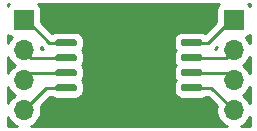
<source format=gtl>
%TF.GenerationSoftware,KiCad,Pcbnew,5.1.10-88a1d61d58~88~ubuntu20.04.1*%
%TF.CreationDate,2021-05-12T22:29:20-07:00*%
%TF.ProjectId,8-pin_soic_ic_tht_breakout,382d7069-6e5f-4736-9f69-635f69635f74,rev?*%
%TF.SameCoordinates,Original*%
%TF.FileFunction,Copper,L1,Top*%
%TF.FilePolarity,Positive*%
%FSLAX46Y46*%
G04 Gerber Fmt 4.6, Leading zero omitted, Abs format (unit mm)*
G04 Created by KiCad (PCBNEW 5.1.10-88a1d61d58~88~ubuntu20.04.1) date 2021-05-12 22:29:20*
%MOMM*%
%LPD*%
G01*
G04 APERTURE LIST*
%TA.AperFunction,ComponentPad*%
%ADD10O,1.700000X1.700000*%
%TD*%
%TA.AperFunction,ComponentPad*%
%ADD11R,1.700000X1.700000*%
%TD*%
%TA.AperFunction,Conductor*%
%ADD12C,0.250000*%
%TD*%
%TA.AperFunction,NonConductor*%
%ADD13C,0.254000*%
%TD*%
%TA.AperFunction,NonConductor*%
%ADD14C,0.100000*%
%TD*%
G04 APERTURE END LIST*
D10*
%TO.P,REF\u002A\u002A,4*%
%TO.N,N/C*%
X147320000Y-96520000D03*
%TO.P,REF\u002A\u002A,3*%
X147320000Y-93980000D03*
%TO.P,REF\u002A\u002A,2*%
X147320000Y-91440000D03*
D11*
%TO.P,REF\u002A\u002A,1*%
X147320000Y-88900000D03*
%TD*%
D10*
%TO.P,REF\u002A\u002A,4*%
%TO.N,N/C*%
X129540000Y-96520000D03*
%TO.P,REF\u002A\u002A,3*%
X129540000Y-93980000D03*
%TO.P,REF\u002A\u002A,2*%
X129540000Y-91440000D03*
D11*
%TO.P,REF\u002A\u002A,1*%
X129540000Y-88900000D03*
%TD*%
%TO.P,REF\u002A\u002A,8*%
%TO.N,N/C*%
%TA.AperFunction,SMDPad,CuDef*%
G36*
G01*
X142855000Y-90955000D02*
X142855000Y-90655000D01*
G75*
G02*
X143005000Y-90505000I150000J0D01*
G01*
X144505000Y-90505000D01*
G75*
G02*
X144655000Y-90655000I0J-150000D01*
G01*
X144655000Y-90955000D01*
G75*
G02*
X144505000Y-91105000I-150000J0D01*
G01*
X143005000Y-91105000D01*
G75*
G02*
X142855000Y-90955000I0J150000D01*
G01*
G37*
%TD.AperFunction*%
%TO.P,REF\u002A\u002A,7*%
%TA.AperFunction,SMDPad,CuDef*%
G36*
G01*
X142855000Y-92225000D02*
X142855000Y-91925000D01*
G75*
G02*
X143005000Y-91775000I150000J0D01*
G01*
X144505000Y-91775000D01*
G75*
G02*
X144655000Y-91925000I0J-150000D01*
G01*
X144655000Y-92225000D01*
G75*
G02*
X144505000Y-92375000I-150000J0D01*
G01*
X143005000Y-92375000D01*
G75*
G02*
X142855000Y-92225000I0J150000D01*
G01*
G37*
%TD.AperFunction*%
%TO.P,REF\u002A\u002A,6*%
%TA.AperFunction,SMDPad,CuDef*%
G36*
G01*
X142855000Y-93495000D02*
X142855000Y-93195000D01*
G75*
G02*
X143005000Y-93045000I150000J0D01*
G01*
X144505000Y-93045000D01*
G75*
G02*
X144655000Y-93195000I0J-150000D01*
G01*
X144655000Y-93495000D01*
G75*
G02*
X144505000Y-93645000I-150000J0D01*
G01*
X143005000Y-93645000D01*
G75*
G02*
X142855000Y-93495000I0J150000D01*
G01*
G37*
%TD.AperFunction*%
%TO.P,REF\u002A\u002A,5*%
%TA.AperFunction,SMDPad,CuDef*%
G36*
G01*
X142855000Y-94765000D02*
X142855000Y-94465000D01*
G75*
G02*
X143005000Y-94315000I150000J0D01*
G01*
X144505000Y-94315000D01*
G75*
G02*
X144655000Y-94465000I0J-150000D01*
G01*
X144655000Y-94765000D01*
G75*
G02*
X144505000Y-94915000I-150000J0D01*
G01*
X143005000Y-94915000D01*
G75*
G02*
X142855000Y-94765000I0J150000D01*
G01*
G37*
%TD.AperFunction*%
%TO.P,REF\u002A\u002A,4*%
%TA.AperFunction,SMDPad,CuDef*%
G36*
G01*
X132205000Y-94765000D02*
X132205000Y-94465000D01*
G75*
G02*
X132355000Y-94315000I150000J0D01*
G01*
X133855000Y-94315000D01*
G75*
G02*
X134005000Y-94465000I0J-150000D01*
G01*
X134005000Y-94765000D01*
G75*
G02*
X133855000Y-94915000I-150000J0D01*
G01*
X132355000Y-94915000D01*
G75*
G02*
X132205000Y-94765000I0J150000D01*
G01*
G37*
%TD.AperFunction*%
%TO.P,REF\u002A\u002A,3*%
%TA.AperFunction,SMDPad,CuDef*%
G36*
G01*
X132205000Y-93495000D02*
X132205000Y-93195000D01*
G75*
G02*
X132355000Y-93045000I150000J0D01*
G01*
X133855000Y-93045000D01*
G75*
G02*
X134005000Y-93195000I0J-150000D01*
G01*
X134005000Y-93495000D01*
G75*
G02*
X133855000Y-93645000I-150000J0D01*
G01*
X132355000Y-93645000D01*
G75*
G02*
X132205000Y-93495000I0J150000D01*
G01*
G37*
%TD.AperFunction*%
%TO.P,REF\u002A\u002A,2*%
%TA.AperFunction,SMDPad,CuDef*%
G36*
G01*
X132205000Y-92225000D02*
X132205000Y-91925000D01*
G75*
G02*
X132355000Y-91775000I150000J0D01*
G01*
X133855000Y-91775000D01*
G75*
G02*
X134005000Y-91925000I0J-150000D01*
G01*
X134005000Y-92225000D01*
G75*
G02*
X133855000Y-92375000I-150000J0D01*
G01*
X132355000Y-92375000D01*
G75*
G02*
X132205000Y-92225000I0J150000D01*
G01*
G37*
%TD.AperFunction*%
%TO.P,REF\u002A\u002A,1*%
%TA.AperFunction,SMDPad,CuDef*%
G36*
G01*
X132205000Y-90955000D02*
X132205000Y-90655000D01*
G75*
G02*
X132355000Y-90505000I150000J0D01*
G01*
X133855000Y-90505000D01*
G75*
G02*
X134005000Y-90655000I0J-150000D01*
G01*
X134005000Y-90955000D01*
G75*
G02*
X133855000Y-91105000I-150000J0D01*
G01*
X132355000Y-91105000D01*
G75*
G02*
X132205000Y-90955000I0J150000D01*
G01*
G37*
%TD.AperFunction*%
%TD*%
D12*
%TO.N,*%
X133105000Y-90805000D02*
X131699000Y-90805000D01*
X129794000Y-88900000D02*
X129540000Y-88900000D01*
X131699000Y-90805000D02*
X129794000Y-88900000D01*
X130175000Y-92075000D02*
X129540000Y-91440000D01*
X133105000Y-92075000D02*
X130175000Y-92075000D01*
X130175000Y-93345000D02*
X129540000Y-93980000D01*
X133105000Y-93345000D02*
X130175000Y-93345000D01*
X131445000Y-94615000D02*
X129540000Y-96520000D01*
X133105000Y-94615000D02*
X131445000Y-94615000D01*
X143755000Y-90805000D02*
X145161000Y-90805000D01*
X147066000Y-88900000D02*
X147320000Y-88900000D01*
X145161000Y-90805000D02*
X147066000Y-88900000D01*
X146685000Y-92075000D02*
X147320000Y-91440000D01*
X143755000Y-92075000D02*
X146685000Y-92075000D01*
X146685000Y-93345000D02*
X147320000Y-93980000D01*
X143755000Y-93345000D02*
X146685000Y-93345000D01*
X145415000Y-94615000D02*
X147320000Y-96520000D01*
X143755000Y-94615000D02*
X145415000Y-94615000D01*
%TD*%
D13*
X146018815Y-87598815D02*
X145939463Y-87695506D01*
X145880498Y-87805820D01*
X145844188Y-87925518D01*
X145831928Y-88050000D01*
X145831928Y-89059270D01*
X144909351Y-89981848D01*
X144806582Y-89926916D01*
X144658745Y-89882071D01*
X144505000Y-89866928D01*
X143005000Y-89866928D01*
X142851255Y-89882071D01*
X142703418Y-89926916D01*
X142567171Y-89999742D01*
X142447749Y-90097749D01*
X142349742Y-90217171D01*
X142276916Y-90353418D01*
X142232071Y-90501255D01*
X142216928Y-90655000D01*
X142216928Y-90955000D01*
X142232071Y-91108745D01*
X142276916Y-91256582D01*
X142349742Y-91392829D01*
X142388454Y-91440000D01*
X142349742Y-91487171D01*
X142276916Y-91623418D01*
X142232071Y-91771255D01*
X142216928Y-91925000D01*
X142216928Y-92225000D01*
X142232071Y-92378745D01*
X142276916Y-92526582D01*
X142349742Y-92662829D01*
X142388454Y-92710000D01*
X142349742Y-92757171D01*
X142276916Y-92893418D01*
X142232071Y-93041255D01*
X142216928Y-93195000D01*
X142216928Y-93495000D01*
X142232071Y-93648745D01*
X142276916Y-93796582D01*
X142349742Y-93932829D01*
X142388454Y-93980000D01*
X142349742Y-94027171D01*
X142276916Y-94163418D01*
X142232071Y-94311255D01*
X142216928Y-94465000D01*
X142216928Y-94765000D01*
X142232071Y-94918745D01*
X142276916Y-95066582D01*
X142349742Y-95202829D01*
X142447749Y-95322251D01*
X142567171Y-95420258D01*
X142703418Y-95493084D01*
X142851255Y-95537929D01*
X143005000Y-95553072D01*
X144505000Y-95553072D01*
X144658745Y-95537929D01*
X144806582Y-95493084D01*
X144942829Y-95420258D01*
X144997976Y-95375000D01*
X145100199Y-95375000D01*
X145878790Y-96153592D01*
X145835000Y-96373740D01*
X145835000Y-96666260D01*
X145892068Y-96953158D01*
X146004010Y-97223411D01*
X146166525Y-97466632D01*
X146373368Y-97673475D01*
X146616589Y-97835990D01*
X146751810Y-97892000D01*
X130108190Y-97892000D01*
X130243411Y-97835990D01*
X130486632Y-97673475D01*
X130693475Y-97466632D01*
X130855990Y-97223411D01*
X130967932Y-96953158D01*
X131025000Y-96666260D01*
X131025000Y-96373740D01*
X130981209Y-96153592D01*
X131759802Y-95375000D01*
X131862024Y-95375000D01*
X131917171Y-95420258D01*
X132053418Y-95493084D01*
X132201255Y-95537929D01*
X132355000Y-95553072D01*
X133855000Y-95553072D01*
X134008745Y-95537929D01*
X134156582Y-95493084D01*
X134292829Y-95420258D01*
X134412251Y-95322251D01*
X134510258Y-95202829D01*
X134583084Y-95066582D01*
X134627929Y-94918745D01*
X134643072Y-94765000D01*
X134643072Y-94465000D01*
X134627929Y-94311255D01*
X134583084Y-94163418D01*
X134510258Y-94027171D01*
X134471546Y-93980000D01*
X134510258Y-93932829D01*
X134583084Y-93796582D01*
X134627929Y-93648745D01*
X134643072Y-93495000D01*
X134643072Y-93195000D01*
X134627929Y-93041255D01*
X134583084Y-92893418D01*
X134510258Y-92757171D01*
X134471546Y-92710000D01*
X134510258Y-92662829D01*
X134583084Y-92526582D01*
X134627929Y-92378745D01*
X134643072Y-92225000D01*
X134643072Y-91925000D01*
X134627929Y-91771255D01*
X134583084Y-91623418D01*
X134510258Y-91487171D01*
X134471546Y-91440000D01*
X134510258Y-91392829D01*
X134583084Y-91256582D01*
X134627929Y-91108745D01*
X134643072Y-90955000D01*
X134643072Y-90655000D01*
X134627929Y-90501255D01*
X134583084Y-90353418D01*
X134510258Y-90217171D01*
X134412251Y-90097749D01*
X134292829Y-89999742D01*
X134156582Y-89926916D01*
X134008745Y-89882071D01*
X133855000Y-89866928D01*
X132355000Y-89866928D01*
X132201255Y-89882071D01*
X132053418Y-89926916D01*
X131950649Y-89981847D01*
X131028072Y-89059271D01*
X131028072Y-88050000D01*
X131015812Y-87925518D01*
X130979502Y-87805820D01*
X130920537Y-87695506D01*
X130841185Y-87598815D01*
X130754896Y-87528000D01*
X146105104Y-87528000D01*
X146018815Y-87598815D01*
%TA.AperFunction,NonConductor*%
D14*
G36*
X146018815Y-87598815D02*
G01*
X145939463Y-87695506D01*
X145880498Y-87805820D01*
X145844188Y-87925518D01*
X145831928Y-88050000D01*
X145831928Y-89059270D01*
X144909351Y-89981848D01*
X144806582Y-89926916D01*
X144658745Y-89882071D01*
X144505000Y-89866928D01*
X143005000Y-89866928D01*
X142851255Y-89882071D01*
X142703418Y-89926916D01*
X142567171Y-89999742D01*
X142447749Y-90097749D01*
X142349742Y-90217171D01*
X142276916Y-90353418D01*
X142232071Y-90501255D01*
X142216928Y-90655000D01*
X142216928Y-90955000D01*
X142232071Y-91108745D01*
X142276916Y-91256582D01*
X142349742Y-91392829D01*
X142388454Y-91440000D01*
X142349742Y-91487171D01*
X142276916Y-91623418D01*
X142232071Y-91771255D01*
X142216928Y-91925000D01*
X142216928Y-92225000D01*
X142232071Y-92378745D01*
X142276916Y-92526582D01*
X142349742Y-92662829D01*
X142388454Y-92710000D01*
X142349742Y-92757171D01*
X142276916Y-92893418D01*
X142232071Y-93041255D01*
X142216928Y-93195000D01*
X142216928Y-93495000D01*
X142232071Y-93648745D01*
X142276916Y-93796582D01*
X142349742Y-93932829D01*
X142388454Y-93980000D01*
X142349742Y-94027171D01*
X142276916Y-94163418D01*
X142232071Y-94311255D01*
X142216928Y-94465000D01*
X142216928Y-94765000D01*
X142232071Y-94918745D01*
X142276916Y-95066582D01*
X142349742Y-95202829D01*
X142447749Y-95322251D01*
X142567171Y-95420258D01*
X142703418Y-95493084D01*
X142851255Y-95537929D01*
X143005000Y-95553072D01*
X144505000Y-95553072D01*
X144658745Y-95537929D01*
X144806582Y-95493084D01*
X144942829Y-95420258D01*
X144997976Y-95375000D01*
X145100199Y-95375000D01*
X145878790Y-96153592D01*
X145835000Y-96373740D01*
X145835000Y-96666260D01*
X145892068Y-96953158D01*
X146004010Y-97223411D01*
X146166525Y-97466632D01*
X146373368Y-97673475D01*
X146616589Y-97835990D01*
X146751810Y-97892000D01*
X130108190Y-97892000D01*
X130243411Y-97835990D01*
X130486632Y-97673475D01*
X130693475Y-97466632D01*
X130855990Y-97223411D01*
X130967932Y-96953158D01*
X131025000Y-96666260D01*
X131025000Y-96373740D01*
X130981209Y-96153592D01*
X131759802Y-95375000D01*
X131862024Y-95375000D01*
X131917171Y-95420258D01*
X132053418Y-95493084D01*
X132201255Y-95537929D01*
X132355000Y-95553072D01*
X133855000Y-95553072D01*
X134008745Y-95537929D01*
X134156582Y-95493084D01*
X134292829Y-95420258D01*
X134412251Y-95322251D01*
X134510258Y-95202829D01*
X134583084Y-95066582D01*
X134627929Y-94918745D01*
X134643072Y-94765000D01*
X134643072Y-94465000D01*
X134627929Y-94311255D01*
X134583084Y-94163418D01*
X134510258Y-94027171D01*
X134471546Y-93980000D01*
X134510258Y-93932829D01*
X134583084Y-93796582D01*
X134627929Y-93648745D01*
X134643072Y-93495000D01*
X134643072Y-93195000D01*
X134627929Y-93041255D01*
X134583084Y-92893418D01*
X134510258Y-92757171D01*
X134471546Y-92710000D01*
X134510258Y-92662829D01*
X134583084Y-92526582D01*
X134627929Y-92378745D01*
X134643072Y-92225000D01*
X134643072Y-91925000D01*
X134627929Y-91771255D01*
X134583084Y-91623418D01*
X134510258Y-91487171D01*
X134471546Y-91440000D01*
X134510258Y-91392829D01*
X134583084Y-91256582D01*
X134627929Y-91108745D01*
X134643072Y-90955000D01*
X134643072Y-90655000D01*
X134627929Y-90501255D01*
X134583084Y-90353418D01*
X134510258Y-90217171D01*
X134412251Y-90097749D01*
X134292829Y-89999742D01*
X134156582Y-89926916D01*
X134008745Y-89882071D01*
X133855000Y-89866928D01*
X132355000Y-89866928D01*
X132201255Y-89882071D01*
X132053418Y-89926916D01*
X131950649Y-89981847D01*
X131028072Y-89059271D01*
X131028072Y-88050000D01*
X131015812Y-87925518D01*
X130979502Y-87805820D01*
X130920537Y-87695506D01*
X130841185Y-87598815D01*
X130754896Y-87528000D01*
X146105104Y-87528000D01*
X146018815Y-87598815D01*
G37*
%TD.AperFunction*%
D13*
X148692001Y-97892000D02*
X147888190Y-97892000D01*
X148023411Y-97835990D01*
X148266632Y-97673475D01*
X148473475Y-97466632D01*
X148635990Y-97223411D01*
X148692001Y-97088188D01*
X148692001Y-97892000D01*
%TA.AperFunction,NonConductor*%
D14*
G36*
X148692001Y-97892000D02*
G01*
X147888190Y-97892000D01*
X148023411Y-97835990D01*
X148266632Y-97673475D01*
X148473475Y-97466632D01*
X148635990Y-97223411D01*
X148692001Y-97088188D01*
X148692001Y-97892000D01*
G37*
%TD.AperFunction*%
D13*
X128224010Y-97223411D02*
X128386525Y-97466632D01*
X128593368Y-97673475D01*
X128836589Y-97835990D01*
X128971810Y-97892000D01*
X128168000Y-97892000D01*
X128168000Y-97088190D01*
X128224010Y-97223411D01*
%TA.AperFunction,NonConductor*%
D14*
G36*
X128224010Y-97223411D02*
G01*
X128386525Y-97466632D01*
X128593368Y-97673475D01*
X128836589Y-97835990D01*
X128971810Y-97892000D01*
X128168000Y-97892000D01*
X128168000Y-97088190D01*
X128224010Y-97223411D01*
G37*
%TD.AperFunction*%
D13*
X148692001Y-95951812D02*
X148635990Y-95816589D01*
X148473475Y-95573368D01*
X148266632Y-95366525D01*
X148092240Y-95250000D01*
X148266632Y-95133475D01*
X148473475Y-94926632D01*
X148635990Y-94683411D01*
X148692001Y-94548190D01*
X148692001Y-95951812D01*
%TA.AperFunction,NonConductor*%
D14*
G36*
X148692001Y-95951812D02*
G01*
X148635990Y-95816589D01*
X148473475Y-95573368D01*
X148266632Y-95366525D01*
X148092240Y-95250000D01*
X148266632Y-95133475D01*
X148473475Y-94926632D01*
X148635990Y-94683411D01*
X148692001Y-94548190D01*
X148692001Y-95951812D01*
G37*
%TD.AperFunction*%
D13*
X128224010Y-94683411D02*
X128386525Y-94926632D01*
X128593368Y-95133475D01*
X128767760Y-95250000D01*
X128593368Y-95366525D01*
X128386525Y-95573368D01*
X128224010Y-95816589D01*
X128168000Y-95951810D01*
X128168000Y-94548190D01*
X128224010Y-94683411D01*
%TA.AperFunction,NonConductor*%
D14*
G36*
X128224010Y-94683411D02*
G01*
X128386525Y-94926632D01*
X128593368Y-95133475D01*
X128767760Y-95250000D01*
X128593368Y-95366525D01*
X128386525Y-95573368D01*
X128224010Y-95816589D01*
X128168000Y-95951810D01*
X128168000Y-94548190D01*
X128224010Y-94683411D01*
G37*
%TD.AperFunction*%
D13*
X148692001Y-93411810D02*
X148635990Y-93276589D01*
X148473475Y-93033368D01*
X148266632Y-92826525D01*
X148092240Y-92710000D01*
X148266632Y-92593475D01*
X148473475Y-92386632D01*
X148635990Y-92143411D01*
X148692000Y-92008190D01*
X148692001Y-93411810D01*
%TA.AperFunction,NonConductor*%
D14*
G36*
X148692001Y-93411810D02*
G01*
X148635990Y-93276589D01*
X148473475Y-93033368D01*
X148266632Y-92826525D01*
X148092240Y-92710000D01*
X148266632Y-92593475D01*
X148473475Y-92386632D01*
X148635990Y-92143411D01*
X148692000Y-92008190D01*
X148692001Y-93411810D01*
G37*
%TD.AperFunction*%
D13*
X128224010Y-92143411D02*
X128386525Y-92386632D01*
X128593368Y-92593475D01*
X128767760Y-92710000D01*
X128593368Y-92826525D01*
X128386525Y-93033368D01*
X128224010Y-93276589D01*
X128168000Y-93411810D01*
X128168000Y-92008190D01*
X128224010Y-92143411D01*
%TA.AperFunction,NonConductor*%
D14*
G36*
X128224010Y-92143411D02*
G01*
X128386525Y-92386632D01*
X128593368Y-92593475D01*
X128767760Y-92710000D01*
X128593368Y-92826525D01*
X128386525Y-93033368D01*
X128224010Y-93276589D01*
X128168000Y-93411810D01*
X128168000Y-92008190D01*
X128224010Y-92143411D01*
G37*
%TD.AperFunction*%
D13*
X145835000Y-91293740D02*
X145835000Y-91315000D01*
X145725801Y-91315000D01*
X145856836Y-91183965D01*
X145835000Y-91293740D01*
%TA.AperFunction,NonConductor*%
D14*
G36*
X145835000Y-91293740D02*
G01*
X145835000Y-91315000D01*
X145725801Y-91315000D01*
X145856836Y-91183965D01*
X145835000Y-91293740D01*
G37*
%TD.AperFunction*%
D13*
X131134198Y-91315000D02*
X131025000Y-91315000D01*
X131025000Y-91293740D01*
X131003165Y-91183966D01*
X131134198Y-91315000D01*
%TA.AperFunction,NonConductor*%
D14*
G36*
X131134198Y-91315000D02*
G01*
X131025000Y-91315000D01*
X131025000Y-91293740D01*
X131003165Y-91183966D01*
X131134198Y-91315000D01*
G37*
%TD.AperFunction*%
D13*
X128238815Y-90201185D02*
X128335506Y-90280537D01*
X128445820Y-90339502D01*
X128518380Y-90361513D01*
X128386525Y-90493368D01*
X128224010Y-90736589D01*
X128168000Y-90871810D01*
X128168000Y-90114896D01*
X128238815Y-90201185D01*
%TA.AperFunction,NonConductor*%
D14*
G36*
X128238815Y-90201185D02*
G01*
X128335506Y-90280537D01*
X128445820Y-90339502D01*
X128518380Y-90361513D01*
X128386525Y-90493368D01*
X128224010Y-90736589D01*
X128168000Y-90871810D01*
X128168000Y-90114896D01*
X128238815Y-90201185D01*
G37*
%TD.AperFunction*%
D13*
X148692000Y-90871810D02*
X148635990Y-90736589D01*
X148473475Y-90493368D01*
X148341620Y-90361513D01*
X148414180Y-90339502D01*
X148524494Y-90280537D01*
X148621185Y-90201185D01*
X148692000Y-90114896D01*
X148692000Y-90871810D01*
%TA.AperFunction,NonConductor*%
D14*
G36*
X148692000Y-90871810D02*
G01*
X148635990Y-90736589D01*
X148473475Y-90493368D01*
X148341620Y-90361513D01*
X148414180Y-90339502D01*
X148524494Y-90280537D01*
X148621185Y-90201185D01*
X148692000Y-90114896D01*
X148692000Y-90871810D01*
G37*
%TD.AperFunction*%
D13*
X128238815Y-87598815D02*
X128168000Y-87685104D01*
X128168000Y-87528000D01*
X128325104Y-87528000D01*
X128238815Y-87598815D01*
%TA.AperFunction,NonConductor*%
D14*
G36*
X128238815Y-87598815D02*
G01*
X128168000Y-87685104D01*
X128168000Y-87528000D01*
X128325104Y-87528000D01*
X128238815Y-87598815D01*
G37*
%TD.AperFunction*%
D13*
X148692000Y-87685104D02*
X148621185Y-87598815D01*
X148534896Y-87528000D01*
X148692000Y-87528000D01*
X148692000Y-87685104D01*
%TA.AperFunction,NonConductor*%
D14*
G36*
X148692000Y-87685104D02*
G01*
X148621185Y-87598815D01*
X148534896Y-87528000D01*
X148692000Y-87528000D01*
X148692000Y-87685104D01*
G37*
%TD.AperFunction*%
D13*
X146018815Y-87598815D02*
X145939463Y-87695506D01*
X145880498Y-87805820D01*
X145844188Y-87925518D01*
X145831928Y-88050000D01*
X145831928Y-89059270D01*
X144909351Y-89981848D01*
X144806582Y-89926916D01*
X144658745Y-89882071D01*
X144505000Y-89866928D01*
X143005000Y-89866928D01*
X142851255Y-89882071D01*
X142703418Y-89926916D01*
X142567171Y-89999742D01*
X142447749Y-90097749D01*
X142349742Y-90217171D01*
X142276916Y-90353418D01*
X142232071Y-90501255D01*
X142216928Y-90655000D01*
X142216928Y-90955000D01*
X142232071Y-91108745D01*
X142276916Y-91256582D01*
X142349742Y-91392829D01*
X142388454Y-91440000D01*
X142349742Y-91487171D01*
X142276916Y-91623418D01*
X142232071Y-91771255D01*
X142216928Y-91925000D01*
X142216928Y-92225000D01*
X142232071Y-92378745D01*
X142276916Y-92526582D01*
X142349742Y-92662829D01*
X142388454Y-92710000D01*
X142349742Y-92757171D01*
X142276916Y-92893418D01*
X142232071Y-93041255D01*
X142216928Y-93195000D01*
X142216928Y-93495000D01*
X142232071Y-93648745D01*
X142276916Y-93796582D01*
X142349742Y-93932829D01*
X142388454Y-93980000D01*
X142349742Y-94027171D01*
X142276916Y-94163418D01*
X142232071Y-94311255D01*
X142216928Y-94465000D01*
X142216928Y-94765000D01*
X142232071Y-94918745D01*
X142276916Y-95066582D01*
X142349742Y-95202829D01*
X142447749Y-95322251D01*
X142567171Y-95420258D01*
X142703418Y-95493084D01*
X142851255Y-95537929D01*
X143005000Y-95553072D01*
X144505000Y-95553072D01*
X144658745Y-95537929D01*
X144806582Y-95493084D01*
X144942829Y-95420258D01*
X144997976Y-95375000D01*
X145100199Y-95375000D01*
X145878790Y-96153592D01*
X145835000Y-96373740D01*
X145835000Y-96666260D01*
X145892068Y-96953158D01*
X146004010Y-97223411D01*
X146166525Y-97466632D01*
X146373368Y-97673475D01*
X146616589Y-97835990D01*
X146751810Y-97892000D01*
X130108190Y-97892000D01*
X130243411Y-97835990D01*
X130486632Y-97673475D01*
X130693475Y-97466632D01*
X130855990Y-97223411D01*
X130967932Y-96953158D01*
X131025000Y-96666260D01*
X131025000Y-96373740D01*
X130981209Y-96153592D01*
X131759802Y-95375000D01*
X131862024Y-95375000D01*
X131917171Y-95420258D01*
X132053418Y-95493084D01*
X132201255Y-95537929D01*
X132355000Y-95553072D01*
X133855000Y-95553072D01*
X134008745Y-95537929D01*
X134156582Y-95493084D01*
X134292829Y-95420258D01*
X134412251Y-95322251D01*
X134510258Y-95202829D01*
X134583084Y-95066582D01*
X134627929Y-94918745D01*
X134643072Y-94765000D01*
X134643072Y-94465000D01*
X134627929Y-94311255D01*
X134583084Y-94163418D01*
X134510258Y-94027171D01*
X134471546Y-93980000D01*
X134510258Y-93932829D01*
X134583084Y-93796582D01*
X134627929Y-93648745D01*
X134643072Y-93495000D01*
X134643072Y-93195000D01*
X134627929Y-93041255D01*
X134583084Y-92893418D01*
X134510258Y-92757171D01*
X134471546Y-92710000D01*
X134510258Y-92662829D01*
X134583084Y-92526582D01*
X134627929Y-92378745D01*
X134643072Y-92225000D01*
X134643072Y-91925000D01*
X134627929Y-91771255D01*
X134583084Y-91623418D01*
X134510258Y-91487171D01*
X134471546Y-91440000D01*
X134510258Y-91392829D01*
X134583084Y-91256582D01*
X134627929Y-91108745D01*
X134643072Y-90955000D01*
X134643072Y-90655000D01*
X134627929Y-90501255D01*
X134583084Y-90353418D01*
X134510258Y-90217171D01*
X134412251Y-90097749D01*
X134292829Y-89999742D01*
X134156582Y-89926916D01*
X134008745Y-89882071D01*
X133855000Y-89866928D01*
X132355000Y-89866928D01*
X132201255Y-89882071D01*
X132053418Y-89926916D01*
X131950649Y-89981847D01*
X131028072Y-89059271D01*
X131028072Y-88050000D01*
X131015812Y-87925518D01*
X130979502Y-87805820D01*
X130920537Y-87695506D01*
X130841185Y-87598815D01*
X130754896Y-87528000D01*
X146105104Y-87528000D01*
X146018815Y-87598815D01*
%TA.AperFunction,NonConductor*%
D14*
G36*
X146018815Y-87598815D02*
G01*
X145939463Y-87695506D01*
X145880498Y-87805820D01*
X145844188Y-87925518D01*
X145831928Y-88050000D01*
X145831928Y-89059270D01*
X144909351Y-89981848D01*
X144806582Y-89926916D01*
X144658745Y-89882071D01*
X144505000Y-89866928D01*
X143005000Y-89866928D01*
X142851255Y-89882071D01*
X142703418Y-89926916D01*
X142567171Y-89999742D01*
X142447749Y-90097749D01*
X142349742Y-90217171D01*
X142276916Y-90353418D01*
X142232071Y-90501255D01*
X142216928Y-90655000D01*
X142216928Y-90955000D01*
X142232071Y-91108745D01*
X142276916Y-91256582D01*
X142349742Y-91392829D01*
X142388454Y-91440000D01*
X142349742Y-91487171D01*
X142276916Y-91623418D01*
X142232071Y-91771255D01*
X142216928Y-91925000D01*
X142216928Y-92225000D01*
X142232071Y-92378745D01*
X142276916Y-92526582D01*
X142349742Y-92662829D01*
X142388454Y-92710000D01*
X142349742Y-92757171D01*
X142276916Y-92893418D01*
X142232071Y-93041255D01*
X142216928Y-93195000D01*
X142216928Y-93495000D01*
X142232071Y-93648745D01*
X142276916Y-93796582D01*
X142349742Y-93932829D01*
X142388454Y-93980000D01*
X142349742Y-94027171D01*
X142276916Y-94163418D01*
X142232071Y-94311255D01*
X142216928Y-94465000D01*
X142216928Y-94765000D01*
X142232071Y-94918745D01*
X142276916Y-95066582D01*
X142349742Y-95202829D01*
X142447749Y-95322251D01*
X142567171Y-95420258D01*
X142703418Y-95493084D01*
X142851255Y-95537929D01*
X143005000Y-95553072D01*
X144505000Y-95553072D01*
X144658745Y-95537929D01*
X144806582Y-95493084D01*
X144942829Y-95420258D01*
X144997976Y-95375000D01*
X145100199Y-95375000D01*
X145878790Y-96153592D01*
X145835000Y-96373740D01*
X145835000Y-96666260D01*
X145892068Y-96953158D01*
X146004010Y-97223411D01*
X146166525Y-97466632D01*
X146373368Y-97673475D01*
X146616589Y-97835990D01*
X146751810Y-97892000D01*
X130108190Y-97892000D01*
X130243411Y-97835990D01*
X130486632Y-97673475D01*
X130693475Y-97466632D01*
X130855990Y-97223411D01*
X130967932Y-96953158D01*
X131025000Y-96666260D01*
X131025000Y-96373740D01*
X130981209Y-96153592D01*
X131759802Y-95375000D01*
X131862024Y-95375000D01*
X131917171Y-95420258D01*
X132053418Y-95493084D01*
X132201255Y-95537929D01*
X132355000Y-95553072D01*
X133855000Y-95553072D01*
X134008745Y-95537929D01*
X134156582Y-95493084D01*
X134292829Y-95420258D01*
X134412251Y-95322251D01*
X134510258Y-95202829D01*
X134583084Y-95066582D01*
X134627929Y-94918745D01*
X134643072Y-94765000D01*
X134643072Y-94465000D01*
X134627929Y-94311255D01*
X134583084Y-94163418D01*
X134510258Y-94027171D01*
X134471546Y-93980000D01*
X134510258Y-93932829D01*
X134583084Y-93796582D01*
X134627929Y-93648745D01*
X134643072Y-93495000D01*
X134643072Y-93195000D01*
X134627929Y-93041255D01*
X134583084Y-92893418D01*
X134510258Y-92757171D01*
X134471546Y-92710000D01*
X134510258Y-92662829D01*
X134583084Y-92526582D01*
X134627929Y-92378745D01*
X134643072Y-92225000D01*
X134643072Y-91925000D01*
X134627929Y-91771255D01*
X134583084Y-91623418D01*
X134510258Y-91487171D01*
X134471546Y-91440000D01*
X134510258Y-91392829D01*
X134583084Y-91256582D01*
X134627929Y-91108745D01*
X134643072Y-90955000D01*
X134643072Y-90655000D01*
X134627929Y-90501255D01*
X134583084Y-90353418D01*
X134510258Y-90217171D01*
X134412251Y-90097749D01*
X134292829Y-89999742D01*
X134156582Y-89926916D01*
X134008745Y-89882071D01*
X133855000Y-89866928D01*
X132355000Y-89866928D01*
X132201255Y-89882071D01*
X132053418Y-89926916D01*
X131950649Y-89981847D01*
X131028072Y-89059271D01*
X131028072Y-88050000D01*
X131015812Y-87925518D01*
X130979502Y-87805820D01*
X130920537Y-87695506D01*
X130841185Y-87598815D01*
X130754896Y-87528000D01*
X146105104Y-87528000D01*
X146018815Y-87598815D01*
G37*
%TD.AperFunction*%
D13*
X148692001Y-97892000D02*
X147888190Y-97892000D01*
X148023411Y-97835990D01*
X148266632Y-97673475D01*
X148473475Y-97466632D01*
X148635990Y-97223411D01*
X148692001Y-97088188D01*
X148692001Y-97892000D01*
%TA.AperFunction,NonConductor*%
D14*
G36*
X148692001Y-97892000D02*
G01*
X147888190Y-97892000D01*
X148023411Y-97835990D01*
X148266632Y-97673475D01*
X148473475Y-97466632D01*
X148635990Y-97223411D01*
X148692001Y-97088188D01*
X148692001Y-97892000D01*
G37*
%TD.AperFunction*%
D13*
X128224010Y-97223411D02*
X128386525Y-97466632D01*
X128593368Y-97673475D01*
X128836589Y-97835990D01*
X128971810Y-97892000D01*
X128168000Y-97892000D01*
X128168000Y-97088190D01*
X128224010Y-97223411D01*
%TA.AperFunction,NonConductor*%
D14*
G36*
X128224010Y-97223411D02*
G01*
X128386525Y-97466632D01*
X128593368Y-97673475D01*
X128836589Y-97835990D01*
X128971810Y-97892000D01*
X128168000Y-97892000D01*
X128168000Y-97088190D01*
X128224010Y-97223411D01*
G37*
%TD.AperFunction*%
D13*
X148692001Y-95951812D02*
X148635990Y-95816589D01*
X148473475Y-95573368D01*
X148266632Y-95366525D01*
X148092240Y-95250000D01*
X148266632Y-95133475D01*
X148473475Y-94926632D01*
X148635990Y-94683411D01*
X148692001Y-94548190D01*
X148692001Y-95951812D01*
%TA.AperFunction,NonConductor*%
D14*
G36*
X148692001Y-95951812D02*
G01*
X148635990Y-95816589D01*
X148473475Y-95573368D01*
X148266632Y-95366525D01*
X148092240Y-95250000D01*
X148266632Y-95133475D01*
X148473475Y-94926632D01*
X148635990Y-94683411D01*
X148692001Y-94548190D01*
X148692001Y-95951812D01*
G37*
%TD.AperFunction*%
D13*
X128224010Y-94683411D02*
X128386525Y-94926632D01*
X128593368Y-95133475D01*
X128767760Y-95250000D01*
X128593368Y-95366525D01*
X128386525Y-95573368D01*
X128224010Y-95816589D01*
X128168000Y-95951810D01*
X128168000Y-94548190D01*
X128224010Y-94683411D01*
%TA.AperFunction,NonConductor*%
D14*
G36*
X128224010Y-94683411D02*
G01*
X128386525Y-94926632D01*
X128593368Y-95133475D01*
X128767760Y-95250000D01*
X128593368Y-95366525D01*
X128386525Y-95573368D01*
X128224010Y-95816589D01*
X128168000Y-95951810D01*
X128168000Y-94548190D01*
X128224010Y-94683411D01*
G37*
%TD.AperFunction*%
D13*
X148692001Y-93411810D02*
X148635990Y-93276589D01*
X148473475Y-93033368D01*
X148266632Y-92826525D01*
X148092240Y-92710000D01*
X148266632Y-92593475D01*
X148473475Y-92386632D01*
X148635990Y-92143411D01*
X148692000Y-92008190D01*
X148692001Y-93411810D01*
%TA.AperFunction,NonConductor*%
D14*
G36*
X148692001Y-93411810D02*
G01*
X148635990Y-93276589D01*
X148473475Y-93033368D01*
X148266632Y-92826525D01*
X148092240Y-92710000D01*
X148266632Y-92593475D01*
X148473475Y-92386632D01*
X148635990Y-92143411D01*
X148692000Y-92008190D01*
X148692001Y-93411810D01*
G37*
%TD.AperFunction*%
D13*
X128224010Y-92143411D02*
X128386525Y-92386632D01*
X128593368Y-92593475D01*
X128767760Y-92710000D01*
X128593368Y-92826525D01*
X128386525Y-93033368D01*
X128224010Y-93276589D01*
X128168000Y-93411810D01*
X128168000Y-92008190D01*
X128224010Y-92143411D01*
%TA.AperFunction,NonConductor*%
D14*
G36*
X128224010Y-92143411D02*
G01*
X128386525Y-92386632D01*
X128593368Y-92593475D01*
X128767760Y-92710000D01*
X128593368Y-92826525D01*
X128386525Y-93033368D01*
X128224010Y-93276589D01*
X128168000Y-93411810D01*
X128168000Y-92008190D01*
X128224010Y-92143411D01*
G37*
%TD.AperFunction*%
D13*
X145835000Y-91293740D02*
X145835000Y-91315000D01*
X145725801Y-91315000D01*
X145856836Y-91183965D01*
X145835000Y-91293740D01*
%TA.AperFunction,NonConductor*%
D14*
G36*
X145835000Y-91293740D02*
G01*
X145835000Y-91315000D01*
X145725801Y-91315000D01*
X145856836Y-91183965D01*
X145835000Y-91293740D01*
G37*
%TD.AperFunction*%
D13*
X131134198Y-91315000D02*
X131025000Y-91315000D01*
X131025000Y-91293740D01*
X131003165Y-91183966D01*
X131134198Y-91315000D01*
%TA.AperFunction,NonConductor*%
D14*
G36*
X131134198Y-91315000D02*
G01*
X131025000Y-91315000D01*
X131025000Y-91293740D01*
X131003165Y-91183966D01*
X131134198Y-91315000D01*
G37*
%TD.AperFunction*%
D13*
X128238815Y-90201185D02*
X128335506Y-90280537D01*
X128445820Y-90339502D01*
X128518380Y-90361513D01*
X128386525Y-90493368D01*
X128224010Y-90736589D01*
X128168000Y-90871810D01*
X128168000Y-90114896D01*
X128238815Y-90201185D01*
%TA.AperFunction,NonConductor*%
D14*
G36*
X128238815Y-90201185D02*
G01*
X128335506Y-90280537D01*
X128445820Y-90339502D01*
X128518380Y-90361513D01*
X128386525Y-90493368D01*
X128224010Y-90736589D01*
X128168000Y-90871810D01*
X128168000Y-90114896D01*
X128238815Y-90201185D01*
G37*
%TD.AperFunction*%
D13*
X148692000Y-90871810D02*
X148635990Y-90736589D01*
X148473475Y-90493368D01*
X148341620Y-90361513D01*
X148414180Y-90339502D01*
X148524494Y-90280537D01*
X148621185Y-90201185D01*
X148692000Y-90114896D01*
X148692000Y-90871810D01*
%TA.AperFunction,NonConductor*%
D14*
G36*
X148692000Y-90871810D02*
G01*
X148635990Y-90736589D01*
X148473475Y-90493368D01*
X148341620Y-90361513D01*
X148414180Y-90339502D01*
X148524494Y-90280537D01*
X148621185Y-90201185D01*
X148692000Y-90114896D01*
X148692000Y-90871810D01*
G37*
%TD.AperFunction*%
D13*
X128238815Y-87598815D02*
X128168000Y-87685104D01*
X128168000Y-87528000D01*
X128325104Y-87528000D01*
X128238815Y-87598815D01*
%TA.AperFunction,NonConductor*%
D14*
G36*
X128238815Y-87598815D02*
G01*
X128168000Y-87685104D01*
X128168000Y-87528000D01*
X128325104Y-87528000D01*
X128238815Y-87598815D01*
G37*
%TD.AperFunction*%
D13*
X148692000Y-87685104D02*
X148621185Y-87598815D01*
X148534896Y-87528000D01*
X148692000Y-87528000D01*
X148692000Y-87685104D01*
%TA.AperFunction,NonConductor*%
D14*
G36*
X148692000Y-87685104D02*
G01*
X148621185Y-87598815D01*
X148534896Y-87528000D01*
X148692000Y-87528000D01*
X148692000Y-87685104D01*
G37*
%TD.AperFunction*%
M02*

</source>
